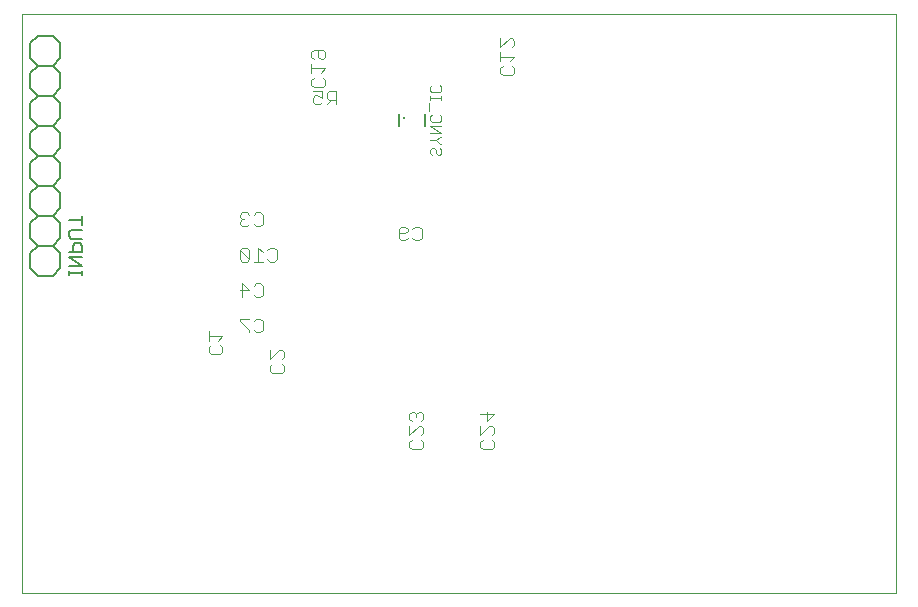
<source format=gbo>
G75*
%MOIN*%
%OFA0B0*%
%FSLAX24Y24*%
%IPPOS*%
%LPD*%
%AMOC8*
5,1,8,0,0,1.08239X$1,22.5*
%
%ADD10C,0.0000*%
%ADD11C,0.0080*%
%ADD12C,0.0118*%
%ADD13C,0.0030*%
%ADD14C,0.0040*%
%ADD15C,0.0060*%
%ADD16C,0.0050*%
D10*
X000160Y000160D02*
X000160Y019451D01*
X029294Y019451D01*
X029294Y000160D01*
X000160Y000160D01*
D11*
X012719Y015711D02*
X012719Y016105D01*
X013585Y016105D02*
X013585Y015711D01*
D12*
X012896Y015987D03*
D13*
X013716Y016215D02*
X013716Y016462D01*
X013777Y016584D02*
X013777Y016707D01*
X013777Y016645D02*
X014148Y016645D01*
X014148Y016584D02*
X014148Y016707D01*
X014086Y016829D02*
X013839Y016829D01*
X013777Y016891D01*
X013777Y017014D01*
X013839Y017076D01*
X014086Y017076D02*
X014148Y017014D01*
X014148Y016891D01*
X014086Y016829D01*
X014086Y016094D02*
X014148Y016032D01*
X014148Y015909D01*
X014086Y015847D01*
X013839Y015847D01*
X013777Y015909D01*
X013777Y016032D01*
X013839Y016094D01*
X013777Y015725D02*
X014148Y015725D01*
X014148Y015479D02*
X013777Y015725D01*
X013777Y015479D02*
X014148Y015479D01*
X014148Y015357D02*
X014086Y015357D01*
X013963Y015234D01*
X013777Y015234D01*
X013963Y015234D02*
X014086Y015110D01*
X014148Y015110D01*
X014086Y014989D02*
X014148Y014927D01*
X014148Y014804D01*
X014086Y014742D01*
X014024Y014742D01*
X013963Y014804D01*
X013963Y014927D01*
X013901Y014989D01*
X013839Y014989D01*
X013777Y014927D01*
X013777Y014804D01*
X013839Y014742D01*
D14*
X010626Y016428D02*
X010626Y016888D01*
X010396Y016888D01*
X010319Y016812D01*
X010319Y016658D01*
X010396Y016582D01*
X010626Y016582D01*
X010473Y016582D02*
X010319Y016428D01*
X010166Y016505D02*
X010089Y016428D01*
X009936Y016428D01*
X009859Y016505D01*
X009859Y016658D01*
X009936Y016735D01*
X010012Y016735D01*
X010166Y016658D01*
X010166Y016888D01*
X009859Y016888D01*
X009887Y017015D02*
X009810Y017092D01*
X009810Y017246D01*
X009887Y017322D01*
X009810Y017476D02*
X009810Y017783D01*
X009810Y017629D02*
X010270Y017629D01*
X010117Y017476D01*
X010194Y017322D02*
X010270Y017246D01*
X010270Y017092D01*
X010194Y017015D01*
X009887Y017015D01*
X009887Y017936D02*
X009810Y018013D01*
X009810Y018166D01*
X009887Y018243D01*
X010194Y018243D01*
X010270Y018166D01*
X010270Y018013D01*
X010194Y017936D01*
X010117Y017936D01*
X010040Y018013D01*
X010040Y018243D01*
X016109Y018176D02*
X016109Y017869D01*
X016109Y018023D02*
X016570Y018023D01*
X016416Y017869D01*
X016493Y017716D02*
X016570Y017639D01*
X016570Y017486D01*
X016493Y017409D01*
X016186Y017409D01*
X016109Y017486D01*
X016109Y017639D01*
X016186Y017716D01*
X016109Y018330D02*
X016416Y018637D01*
X016493Y018637D01*
X016570Y018560D01*
X016570Y018407D01*
X016493Y018330D01*
X016109Y018330D02*
X016109Y018637D01*
X008191Y012756D02*
X008114Y012833D01*
X007961Y012833D01*
X007884Y012756D01*
X007731Y012756D02*
X007654Y012833D01*
X007501Y012833D01*
X007424Y012756D01*
X007424Y012679D01*
X007501Y012602D01*
X007424Y012526D01*
X007424Y012449D01*
X007501Y012372D01*
X007654Y012372D01*
X007731Y012449D01*
X007884Y012449D02*
X007961Y012372D01*
X008114Y012372D01*
X008191Y012449D01*
X008191Y012756D01*
X007577Y012602D02*
X007501Y012602D01*
X007501Y011651D02*
X007424Y011575D01*
X007731Y011268D01*
X007654Y011191D01*
X007501Y011191D01*
X007424Y011268D01*
X007424Y011575D01*
X007501Y011651D02*
X007654Y011651D01*
X007731Y011575D01*
X007731Y011268D01*
X007884Y011191D02*
X008191Y011191D01*
X008038Y011191D02*
X008038Y011651D01*
X008191Y011498D01*
X008345Y011575D02*
X008421Y011651D01*
X008575Y011651D01*
X008652Y011575D01*
X008652Y011268D01*
X008575Y011191D01*
X008421Y011191D01*
X008345Y011268D01*
X008114Y010470D02*
X008191Y010394D01*
X008191Y010087D01*
X008114Y010010D01*
X007961Y010010D01*
X007884Y010087D01*
X007731Y010240D02*
X007424Y010240D01*
X007501Y010010D02*
X007501Y010470D01*
X007731Y010240D01*
X007884Y010394D02*
X007961Y010470D01*
X008114Y010470D01*
X008114Y009289D02*
X008191Y009213D01*
X008191Y008906D01*
X008114Y008829D01*
X007961Y008829D01*
X007884Y008906D01*
X007731Y008906D02*
X007731Y008829D01*
X007731Y008906D02*
X007424Y009213D01*
X007424Y009289D01*
X007731Y009289D01*
X007884Y009213D02*
X007961Y009289D01*
X008114Y009289D01*
X006846Y008712D02*
X006386Y008712D01*
X006386Y008865D02*
X006386Y008558D01*
X006462Y008405D02*
X006386Y008328D01*
X006386Y008174D01*
X006462Y008098D01*
X006769Y008098D01*
X006846Y008174D01*
X006846Y008328D01*
X006769Y008405D01*
X006692Y008558D02*
X006846Y008712D01*
X008435Y008251D02*
X008435Y007944D01*
X008742Y008251D01*
X008819Y008251D01*
X008896Y008174D01*
X008896Y008020D01*
X008819Y007944D01*
X008819Y007790D02*
X008896Y007713D01*
X008896Y007560D01*
X008819Y007483D01*
X008512Y007483D01*
X008435Y007560D01*
X008435Y007713D01*
X008512Y007790D01*
X013078Y006099D02*
X013078Y005946D01*
X013155Y005869D01*
X013078Y005715D02*
X013078Y005409D01*
X013385Y005715D01*
X013462Y005715D01*
X013539Y005639D01*
X013539Y005485D01*
X013462Y005409D01*
X013462Y005255D02*
X013539Y005178D01*
X013539Y005025D01*
X013462Y004948D01*
X013155Y004948D01*
X013078Y005025D01*
X013078Y005178D01*
X013155Y005255D01*
X013462Y005869D02*
X013539Y005946D01*
X013539Y006099D01*
X013462Y006176D01*
X013385Y006176D01*
X013309Y006099D01*
X013232Y006176D01*
X013155Y006176D01*
X013078Y006099D01*
X013309Y006099D02*
X013309Y006022D01*
X015441Y006099D02*
X015901Y006099D01*
X015671Y005869D01*
X015671Y006176D01*
X015748Y005715D02*
X015824Y005715D01*
X015901Y005639D01*
X015901Y005485D01*
X015824Y005409D01*
X015824Y005255D02*
X015901Y005178D01*
X015901Y005025D01*
X015824Y004948D01*
X015517Y004948D01*
X015441Y005025D01*
X015441Y005178D01*
X015517Y005255D01*
X015441Y005409D02*
X015748Y005715D01*
X015441Y005715D02*
X015441Y005409D01*
X013405Y011897D02*
X013252Y011897D01*
X013175Y011974D01*
X013022Y011974D02*
X012945Y011897D01*
X012792Y011897D01*
X012715Y011974D01*
X012715Y012281D01*
X012792Y012358D01*
X012945Y012358D01*
X013022Y012281D01*
X013022Y012204D01*
X012945Y012128D01*
X012715Y012128D01*
X013175Y012281D02*
X013252Y012358D01*
X013405Y012358D01*
X013482Y012281D01*
X013482Y011974D01*
X013405Y011897D01*
D15*
X001447Y011977D02*
X001197Y011727D01*
X000697Y011727D01*
X000447Y011977D01*
X000447Y012477D01*
X000697Y012727D01*
X001197Y012727D01*
X001447Y012477D01*
X001447Y011977D01*
X001197Y011727D02*
X001447Y011477D01*
X001447Y010977D01*
X001197Y010727D01*
X000697Y010727D01*
X000447Y010977D01*
X000447Y011477D01*
X000697Y011727D01*
X000697Y012727D02*
X000447Y012977D01*
X000447Y013477D01*
X000697Y013727D01*
X000447Y013977D01*
X000447Y014477D01*
X000697Y014727D01*
X000447Y014977D01*
X000447Y015477D01*
X000697Y015727D01*
X001197Y015727D01*
X001447Y015477D01*
X001447Y014977D01*
X001197Y014727D01*
X000697Y014727D01*
X001197Y014727D02*
X001447Y014477D01*
X001447Y013977D01*
X001197Y013727D01*
X000697Y013727D01*
X001197Y013727D02*
X001447Y013477D01*
X001447Y012977D01*
X001197Y012727D01*
X001197Y015727D02*
X001447Y015977D01*
X001447Y016477D01*
X001197Y016727D01*
X001447Y016977D01*
X001447Y017477D01*
X001197Y017727D01*
X001447Y017977D01*
X001447Y018477D01*
X001197Y018727D01*
X000697Y018727D01*
X000447Y018477D01*
X000447Y017977D01*
X000697Y017727D01*
X000447Y017477D01*
X000447Y016977D01*
X000697Y016727D01*
X000447Y016477D01*
X000447Y015977D01*
X000697Y015727D01*
X000697Y016727D02*
X001197Y016727D01*
X001197Y017727D02*
X000697Y017727D01*
D16*
X002171Y012716D02*
X002171Y012416D01*
X002171Y012566D02*
X001721Y012566D01*
X001796Y012256D02*
X002171Y012256D01*
X001796Y012256D02*
X001721Y012181D01*
X001721Y012031D01*
X001796Y011956D01*
X002171Y011956D01*
X002096Y011796D02*
X001946Y011796D01*
X001871Y011720D01*
X001871Y011495D01*
X001721Y011495D02*
X002171Y011495D01*
X002171Y011720D01*
X002096Y011796D01*
X002171Y011335D02*
X001721Y011335D01*
X002171Y011035D01*
X001721Y011035D01*
X001721Y010878D02*
X001721Y010728D01*
X001721Y010803D02*
X002171Y010803D01*
X002171Y010728D02*
X002171Y010878D01*
M02*

</source>
